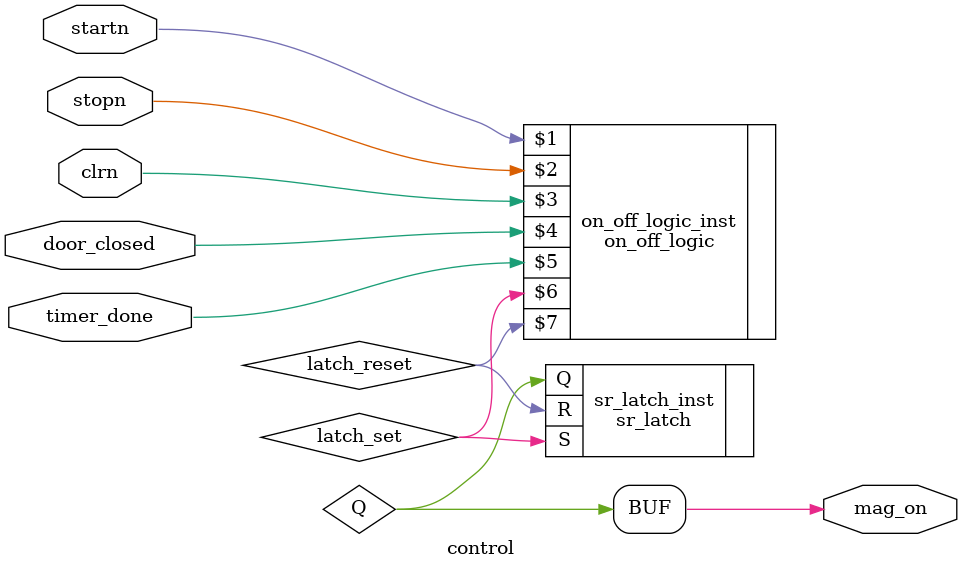
<source format=v>
`include "level3/on_off_logic.v"
`include "level3/sr_latch.v"
module control(
    input wire startn,
    input wire stopn,
    input wire clrn,
    input wire door_closed,
    input wire timer_done,
    output wire mag_on
);

wire latch_set, wire_reset;

on_off_logic on_off_logic_inst(startn, stopn, clrn, door_closed, timer_done, latch_set, latch_reset);

wire Q;

sr_latch sr_latch_inst(.S(latch_set), .R(latch_reset), .Q(Q));

assign mag_on = Q;

endmodule



</source>
